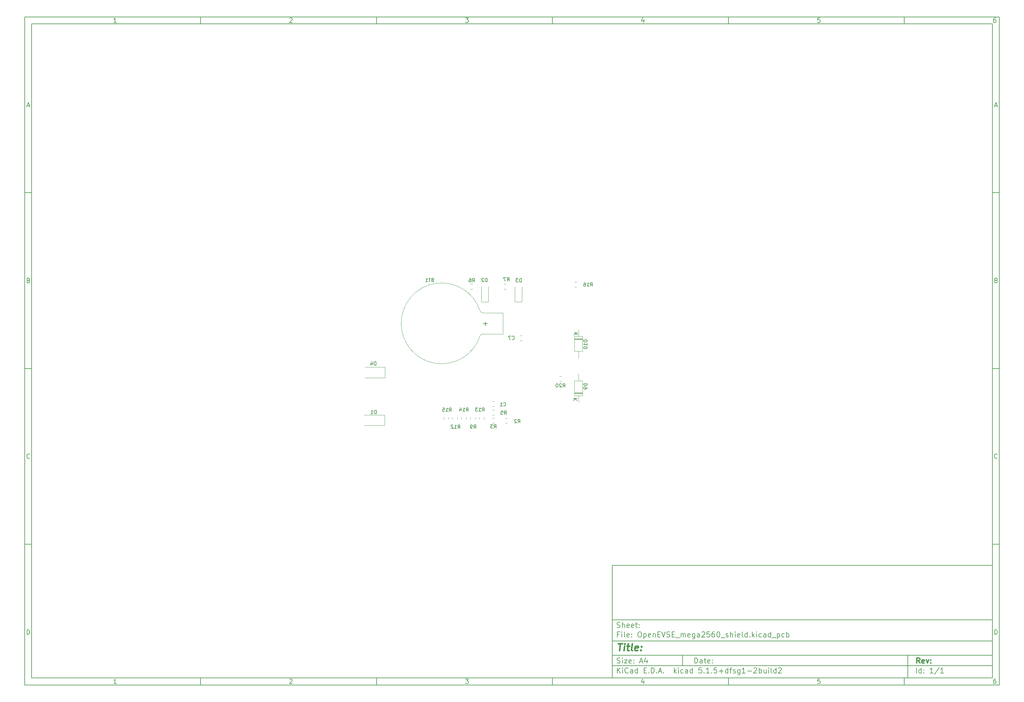
<source format=gbo>
G04 #@! TF.GenerationSoftware,KiCad,Pcbnew,5.1.5+dfsg1-2build2*
G04 #@! TF.CreationDate,2023-01-29T23:08:56+01:00*
G04 #@! TF.ProjectId,OpenEVSE_mega2560_shield,4f70656e-4556-4534-955f-6d6567613235,rev?*
G04 #@! TF.SameCoordinates,Original*
G04 #@! TF.FileFunction,Legend,Bot*
G04 #@! TF.FilePolarity,Positive*
%FSLAX46Y46*%
G04 Gerber Fmt 4.6, Leading zero omitted, Abs format (unit mm)*
G04 Created by KiCad (PCBNEW 5.1.5+dfsg1-2build2) date 2023-01-29 23:08:56*
%MOMM*%
%LPD*%
G04 APERTURE LIST*
%ADD10C,0.100000*%
%ADD11C,0.150000*%
%ADD12C,0.300000*%
%ADD13C,0.400000*%
%ADD14C,0.120000*%
G04 APERTURE END LIST*
D10*
D11*
X177002200Y-166007200D02*
X177002200Y-198007200D01*
X285002200Y-198007200D01*
X285002200Y-166007200D01*
X177002200Y-166007200D01*
D10*
D11*
X10000000Y-10000000D02*
X10000000Y-200007200D01*
X287002200Y-200007200D01*
X287002200Y-10000000D01*
X10000000Y-10000000D01*
D10*
D11*
X12000000Y-12000000D02*
X12000000Y-198007200D01*
X285002200Y-198007200D01*
X285002200Y-12000000D01*
X12000000Y-12000000D01*
D10*
D11*
X60000000Y-12000000D02*
X60000000Y-10000000D01*
D10*
D11*
X110000000Y-12000000D02*
X110000000Y-10000000D01*
D10*
D11*
X160000000Y-12000000D02*
X160000000Y-10000000D01*
D10*
D11*
X210000000Y-12000000D02*
X210000000Y-10000000D01*
D10*
D11*
X260000000Y-12000000D02*
X260000000Y-10000000D01*
D10*
D11*
X36065476Y-11588095D02*
X35322619Y-11588095D01*
X35694047Y-11588095D02*
X35694047Y-10288095D01*
X35570238Y-10473809D01*
X35446428Y-10597619D01*
X35322619Y-10659523D01*
D10*
D11*
X85322619Y-10411904D02*
X85384523Y-10350000D01*
X85508333Y-10288095D01*
X85817857Y-10288095D01*
X85941666Y-10350000D01*
X86003571Y-10411904D01*
X86065476Y-10535714D01*
X86065476Y-10659523D01*
X86003571Y-10845238D01*
X85260714Y-11588095D01*
X86065476Y-11588095D01*
D10*
D11*
X135260714Y-10288095D02*
X136065476Y-10288095D01*
X135632142Y-10783333D01*
X135817857Y-10783333D01*
X135941666Y-10845238D01*
X136003571Y-10907142D01*
X136065476Y-11030952D01*
X136065476Y-11340476D01*
X136003571Y-11464285D01*
X135941666Y-11526190D01*
X135817857Y-11588095D01*
X135446428Y-11588095D01*
X135322619Y-11526190D01*
X135260714Y-11464285D01*
D10*
D11*
X185941666Y-10721428D02*
X185941666Y-11588095D01*
X185632142Y-10226190D02*
X185322619Y-11154761D01*
X186127380Y-11154761D01*
D10*
D11*
X236003571Y-10288095D02*
X235384523Y-10288095D01*
X235322619Y-10907142D01*
X235384523Y-10845238D01*
X235508333Y-10783333D01*
X235817857Y-10783333D01*
X235941666Y-10845238D01*
X236003571Y-10907142D01*
X236065476Y-11030952D01*
X236065476Y-11340476D01*
X236003571Y-11464285D01*
X235941666Y-11526190D01*
X235817857Y-11588095D01*
X235508333Y-11588095D01*
X235384523Y-11526190D01*
X235322619Y-11464285D01*
D10*
D11*
X285941666Y-10288095D02*
X285694047Y-10288095D01*
X285570238Y-10350000D01*
X285508333Y-10411904D01*
X285384523Y-10597619D01*
X285322619Y-10845238D01*
X285322619Y-11340476D01*
X285384523Y-11464285D01*
X285446428Y-11526190D01*
X285570238Y-11588095D01*
X285817857Y-11588095D01*
X285941666Y-11526190D01*
X286003571Y-11464285D01*
X286065476Y-11340476D01*
X286065476Y-11030952D01*
X286003571Y-10907142D01*
X285941666Y-10845238D01*
X285817857Y-10783333D01*
X285570238Y-10783333D01*
X285446428Y-10845238D01*
X285384523Y-10907142D01*
X285322619Y-11030952D01*
D10*
D11*
X60000000Y-198007200D02*
X60000000Y-200007200D01*
D10*
D11*
X110000000Y-198007200D02*
X110000000Y-200007200D01*
D10*
D11*
X160000000Y-198007200D02*
X160000000Y-200007200D01*
D10*
D11*
X210000000Y-198007200D02*
X210000000Y-200007200D01*
D10*
D11*
X260000000Y-198007200D02*
X260000000Y-200007200D01*
D10*
D11*
X36065476Y-199595295D02*
X35322619Y-199595295D01*
X35694047Y-199595295D02*
X35694047Y-198295295D01*
X35570238Y-198481009D01*
X35446428Y-198604819D01*
X35322619Y-198666723D01*
D10*
D11*
X85322619Y-198419104D02*
X85384523Y-198357200D01*
X85508333Y-198295295D01*
X85817857Y-198295295D01*
X85941666Y-198357200D01*
X86003571Y-198419104D01*
X86065476Y-198542914D01*
X86065476Y-198666723D01*
X86003571Y-198852438D01*
X85260714Y-199595295D01*
X86065476Y-199595295D01*
D10*
D11*
X135260714Y-198295295D02*
X136065476Y-198295295D01*
X135632142Y-198790533D01*
X135817857Y-198790533D01*
X135941666Y-198852438D01*
X136003571Y-198914342D01*
X136065476Y-199038152D01*
X136065476Y-199347676D01*
X136003571Y-199471485D01*
X135941666Y-199533390D01*
X135817857Y-199595295D01*
X135446428Y-199595295D01*
X135322619Y-199533390D01*
X135260714Y-199471485D01*
D10*
D11*
X185941666Y-198728628D02*
X185941666Y-199595295D01*
X185632142Y-198233390D02*
X185322619Y-199161961D01*
X186127380Y-199161961D01*
D10*
D11*
X236003571Y-198295295D02*
X235384523Y-198295295D01*
X235322619Y-198914342D01*
X235384523Y-198852438D01*
X235508333Y-198790533D01*
X235817857Y-198790533D01*
X235941666Y-198852438D01*
X236003571Y-198914342D01*
X236065476Y-199038152D01*
X236065476Y-199347676D01*
X236003571Y-199471485D01*
X235941666Y-199533390D01*
X235817857Y-199595295D01*
X235508333Y-199595295D01*
X235384523Y-199533390D01*
X235322619Y-199471485D01*
D10*
D11*
X285941666Y-198295295D02*
X285694047Y-198295295D01*
X285570238Y-198357200D01*
X285508333Y-198419104D01*
X285384523Y-198604819D01*
X285322619Y-198852438D01*
X285322619Y-199347676D01*
X285384523Y-199471485D01*
X285446428Y-199533390D01*
X285570238Y-199595295D01*
X285817857Y-199595295D01*
X285941666Y-199533390D01*
X286003571Y-199471485D01*
X286065476Y-199347676D01*
X286065476Y-199038152D01*
X286003571Y-198914342D01*
X285941666Y-198852438D01*
X285817857Y-198790533D01*
X285570238Y-198790533D01*
X285446428Y-198852438D01*
X285384523Y-198914342D01*
X285322619Y-199038152D01*
D10*
D11*
X10000000Y-60000000D02*
X12000000Y-60000000D01*
D10*
D11*
X10000000Y-110000000D02*
X12000000Y-110000000D01*
D10*
D11*
X10000000Y-160000000D02*
X12000000Y-160000000D01*
D10*
D11*
X10690476Y-35216666D02*
X11309523Y-35216666D01*
X10566666Y-35588095D02*
X11000000Y-34288095D01*
X11433333Y-35588095D01*
D10*
D11*
X11092857Y-84907142D02*
X11278571Y-84969047D01*
X11340476Y-85030952D01*
X11402380Y-85154761D01*
X11402380Y-85340476D01*
X11340476Y-85464285D01*
X11278571Y-85526190D01*
X11154761Y-85588095D01*
X10659523Y-85588095D01*
X10659523Y-84288095D01*
X11092857Y-84288095D01*
X11216666Y-84350000D01*
X11278571Y-84411904D01*
X11340476Y-84535714D01*
X11340476Y-84659523D01*
X11278571Y-84783333D01*
X11216666Y-84845238D01*
X11092857Y-84907142D01*
X10659523Y-84907142D01*
D10*
D11*
X11402380Y-135464285D02*
X11340476Y-135526190D01*
X11154761Y-135588095D01*
X11030952Y-135588095D01*
X10845238Y-135526190D01*
X10721428Y-135402380D01*
X10659523Y-135278571D01*
X10597619Y-135030952D01*
X10597619Y-134845238D01*
X10659523Y-134597619D01*
X10721428Y-134473809D01*
X10845238Y-134350000D01*
X11030952Y-134288095D01*
X11154761Y-134288095D01*
X11340476Y-134350000D01*
X11402380Y-134411904D01*
D10*
D11*
X10659523Y-185588095D02*
X10659523Y-184288095D01*
X10969047Y-184288095D01*
X11154761Y-184350000D01*
X11278571Y-184473809D01*
X11340476Y-184597619D01*
X11402380Y-184845238D01*
X11402380Y-185030952D01*
X11340476Y-185278571D01*
X11278571Y-185402380D01*
X11154761Y-185526190D01*
X10969047Y-185588095D01*
X10659523Y-185588095D01*
D10*
D11*
X287002200Y-60000000D02*
X285002200Y-60000000D01*
D10*
D11*
X287002200Y-110000000D02*
X285002200Y-110000000D01*
D10*
D11*
X287002200Y-160000000D02*
X285002200Y-160000000D01*
D10*
D11*
X285692676Y-35216666D02*
X286311723Y-35216666D01*
X285568866Y-35588095D02*
X286002200Y-34288095D01*
X286435533Y-35588095D01*
D10*
D11*
X286095057Y-84907142D02*
X286280771Y-84969047D01*
X286342676Y-85030952D01*
X286404580Y-85154761D01*
X286404580Y-85340476D01*
X286342676Y-85464285D01*
X286280771Y-85526190D01*
X286156961Y-85588095D01*
X285661723Y-85588095D01*
X285661723Y-84288095D01*
X286095057Y-84288095D01*
X286218866Y-84350000D01*
X286280771Y-84411904D01*
X286342676Y-84535714D01*
X286342676Y-84659523D01*
X286280771Y-84783333D01*
X286218866Y-84845238D01*
X286095057Y-84907142D01*
X285661723Y-84907142D01*
D10*
D11*
X286404580Y-135464285D02*
X286342676Y-135526190D01*
X286156961Y-135588095D01*
X286033152Y-135588095D01*
X285847438Y-135526190D01*
X285723628Y-135402380D01*
X285661723Y-135278571D01*
X285599819Y-135030952D01*
X285599819Y-134845238D01*
X285661723Y-134597619D01*
X285723628Y-134473809D01*
X285847438Y-134350000D01*
X286033152Y-134288095D01*
X286156961Y-134288095D01*
X286342676Y-134350000D01*
X286404580Y-134411904D01*
D10*
D11*
X285661723Y-185588095D02*
X285661723Y-184288095D01*
X285971247Y-184288095D01*
X286156961Y-184350000D01*
X286280771Y-184473809D01*
X286342676Y-184597619D01*
X286404580Y-184845238D01*
X286404580Y-185030952D01*
X286342676Y-185278571D01*
X286280771Y-185402380D01*
X286156961Y-185526190D01*
X285971247Y-185588095D01*
X285661723Y-185588095D01*
D10*
D11*
X200434342Y-193785771D02*
X200434342Y-192285771D01*
X200791485Y-192285771D01*
X201005771Y-192357200D01*
X201148628Y-192500057D01*
X201220057Y-192642914D01*
X201291485Y-192928628D01*
X201291485Y-193142914D01*
X201220057Y-193428628D01*
X201148628Y-193571485D01*
X201005771Y-193714342D01*
X200791485Y-193785771D01*
X200434342Y-193785771D01*
X202577200Y-193785771D02*
X202577200Y-193000057D01*
X202505771Y-192857200D01*
X202362914Y-192785771D01*
X202077200Y-192785771D01*
X201934342Y-192857200D01*
X202577200Y-193714342D02*
X202434342Y-193785771D01*
X202077200Y-193785771D01*
X201934342Y-193714342D01*
X201862914Y-193571485D01*
X201862914Y-193428628D01*
X201934342Y-193285771D01*
X202077200Y-193214342D01*
X202434342Y-193214342D01*
X202577200Y-193142914D01*
X203077200Y-192785771D02*
X203648628Y-192785771D01*
X203291485Y-192285771D02*
X203291485Y-193571485D01*
X203362914Y-193714342D01*
X203505771Y-193785771D01*
X203648628Y-193785771D01*
X204720057Y-193714342D02*
X204577200Y-193785771D01*
X204291485Y-193785771D01*
X204148628Y-193714342D01*
X204077200Y-193571485D01*
X204077200Y-193000057D01*
X204148628Y-192857200D01*
X204291485Y-192785771D01*
X204577200Y-192785771D01*
X204720057Y-192857200D01*
X204791485Y-193000057D01*
X204791485Y-193142914D01*
X204077200Y-193285771D01*
X205434342Y-193642914D02*
X205505771Y-193714342D01*
X205434342Y-193785771D01*
X205362914Y-193714342D01*
X205434342Y-193642914D01*
X205434342Y-193785771D01*
X205434342Y-192857200D02*
X205505771Y-192928628D01*
X205434342Y-193000057D01*
X205362914Y-192928628D01*
X205434342Y-192857200D01*
X205434342Y-193000057D01*
D10*
D11*
X177002200Y-194507200D02*
X285002200Y-194507200D01*
D10*
D11*
X178434342Y-196585771D02*
X178434342Y-195085771D01*
X179291485Y-196585771D02*
X178648628Y-195728628D01*
X179291485Y-195085771D02*
X178434342Y-195942914D01*
X179934342Y-196585771D02*
X179934342Y-195585771D01*
X179934342Y-195085771D02*
X179862914Y-195157200D01*
X179934342Y-195228628D01*
X180005771Y-195157200D01*
X179934342Y-195085771D01*
X179934342Y-195228628D01*
X181505771Y-196442914D02*
X181434342Y-196514342D01*
X181220057Y-196585771D01*
X181077200Y-196585771D01*
X180862914Y-196514342D01*
X180720057Y-196371485D01*
X180648628Y-196228628D01*
X180577200Y-195942914D01*
X180577200Y-195728628D01*
X180648628Y-195442914D01*
X180720057Y-195300057D01*
X180862914Y-195157200D01*
X181077200Y-195085771D01*
X181220057Y-195085771D01*
X181434342Y-195157200D01*
X181505771Y-195228628D01*
X182791485Y-196585771D02*
X182791485Y-195800057D01*
X182720057Y-195657200D01*
X182577200Y-195585771D01*
X182291485Y-195585771D01*
X182148628Y-195657200D01*
X182791485Y-196514342D02*
X182648628Y-196585771D01*
X182291485Y-196585771D01*
X182148628Y-196514342D01*
X182077200Y-196371485D01*
X182077200Y-196228628D01*
X182148628Y-196085771D01*
X182291485Y-196014342D01*
X182648628Y-196014342D01*
X182791485Y-195942914D01*
X184148628Y-196585771D02*
X184148628Y-195085771D01*
X184148628Y-196514342D02*
X184005771Y-196585771D01*
X183720057Y-196585771D01*
X183577200Y-196514342D01*
X183505771Y-196442914D01*
X183434342Y-196300057D01*
X183434342Y-195871485D01*
X183505771Y-195728628D01*
X183577200Y-195657200D01*
X183720057Y-195585771D01*
X184005771Y-195585771D01*
X184148628Y-195657200D01*
X186005771Y-195800057D02*
X186505771Y-195800057D01*
X186720057Y-196585771D02*
X186005771Y-196585771D01*
X186005771Y-195085771D01*
X186720057Y-195085771D01*
X187362914Y-196442914D02*
X187434342Y-196514342D01*
X187362914Y-196585771D01*
X187291485Y-196514342D01*
X187362914Y-196442914D01*
X187362914Y-196585771D01*
X188077200Y-196585771D02*
X188077200Y-195085771D01*
X188434342Y-195085771D01*
X188648628Y-195157200D01*
X188791485Y-195300057D01*
X188862914Y-195442914D01*
X188934342Y-195728628D01*
X188934342Y-195942914D01*
X188862914Y-196228628D01*
X188791485Y-196371485D01*
X188648628Y-196514342D01*
X188434342Y-196585771D01*
X188077200Y-196585771D01*
X189577200Y-196442914D02*
X189648628Y-196514342D01*
X189577200Y-196585771D01*
X189505771Y-196514342D01*
X189577200Y-196442914D01*
X189577200Y-196585771D01*
X190220057Y-196157200D02*
X190934342Y-196157200D01*
X190077200Y-196585771D02*
X190577200Y-195085771D01*
X191077200Y-196585771D01*
X191577200Y-196442914D02*
X191648628Y-196514342D01*
X191577200Y-196585771D01*
X191505771Y-196514342D01*
X191577200Y-196442914D01*
X191577200Y-196585771D01*
X194577200Y-196585771D02*
X194577200Y-195085771D01*
X194720057Y-196014342D02*
X195148628Y-196585771D01*
X195148628Y-195585771D02*
X194577200Y-196157200D01*
X195791485Y-196585771D02*
X195791485Y-195585771D01*
X195791485Y-195085771D02*
X195720057Y-195157200D01*
X195791485Y-195228628D01*
X195862914Y-195157200D01*
X195791485Y-195085771D01*
X195791485Y-195228628D01*
X197148628Y-196514342D02*
X197005771Y-196585771D01*
X196720057Y-196585771D01*
X196577200Y-196514342D01*
X196505771Y-196442914D01*
X196434342Y-196300057D01*
X196434342Y-195871485D01*
X196505771Y-195728628D01*
X196577200Y-195657200D01*
X196720057Y-195585771D01*
X197005771Y-195585771D01*
X197148628Y-195657200D01*
X198434342Y-196585771D02*
X198434342Y-195800057D01*
X198362914Y-195657200D01*
X198220057Y-195585771D01*
X197934342Y-195585771D01*
X197791485Y-195657200D01*
X198434342Y-196514342D02*
X198291485Y-196585771D01*
X197934342Y-196585771D01*
X197791485Y-196514342D01*
X197720057Y-196371485D01*
X197720057Y-196228628D01*
X197791485Y-196085771D01*
X197934342Y-196014342D01*
X198291485Y-196014342D01*
X198434342Y-195942914D01*
X199791485Y-196585771D02*
X199791485Y-195085771D01*
X199791485Y-196514342D02*
X199648628Y-196585771D01*
X199362914Y-196585771D01*
X199220057Y-196514342D01*
X199148628Y-196442914D01*
X199077200Y-196300057D01*
X199077200Y-195871485D01*
X199148628Y-195728628D01*
X199220057Y-195657200D01*
X199362914Y-195585771D01*
X199648628Y-195585771D01*
X199791485Y-195657200D01*
X202362914Y-195085771D02*
X201648628Y-195085771D01*
X201577200Y-195800057D01*
X201648628Y-195728628D01*
X201791485Y-195657200D01*
X202148628Y-195657200D01*
X202291485Y-195728628D01*
X202362914Y-195800057D01*
X202434342Y-195942914D01*
X202434342Y-196300057D01*
X202362914Y-196442914D01*
X202291485Y-196514342D01*
X202148628Y-196585771D01*
X201791485Y-196585771D01*
X201648628Y-196514342D01*
X201577200Y-196442914D01*
X203077200Y-196442914D02*
X203148628Y-196514342D01*
X203077200Y-196585771D01*
X203005771Y-196514342D01*
X203077200Y-196442914D01*
X203077200Y-196585771D01*
X204577200Y-196585771D02*
X203720057Y-196585771D01*
X204148628Y-196585771D02*
X204148628Y-195085771D01*
X204005771Y-195300057D01*
X203862914Y-195442914D01*
X203720057Y-195514342D01*
X205220057Y-196442914D02*
X205291485Y-196514342D01*
X205220057Y-196585771D01*
X205148628Y-196514342D01*
X205220057Y-196442914D01*
X205220057Y-196585771D01*
X206648628Y-195085771D02*
X205934342Y-195085771D01*
X205862914Y-195800057D01*
X205934342Y-195728628D01*
X206077200Y-195657200D01*
X206434342Y-195657200D01*
X206577200Y-195728628D01*
X206648628Y-195800057D01*
X206720057Y-195942914D01*
X206720057Y-196300057D01*
X206648628Y-196442914D01*
X206577200Y-196514342D01*
X206434342Y-196585771D01*
X206077200Y-196585771D01*
X205934342Y-196514342D01*
X205862914Y-196442914D01*
X207362914Y-196014342D02*
X208505771Y-196014342D01*
X207934342Y-196585771D02*
X207934342Y-195442914D01*
X209862914Y-196585771D02*
X209862914Y-195085771D01*
X209862914Y-196514342D02*
X209720057Y-196585771D01*
X209434342Y-196585771D01*
X209291485Y-196514342D01*
X209220057Y-196442914D01*
X209148628Y-196300057D01*
X209148628Y-195871485D01*
X209220057Y-195728628D01*
X209291485Y-195657200D01*
X209434342Y-195585771D01*
X209720057Y-195585771D01*
X209862914Y-195657200D01*
X210362914Y-195585771D02*
X210934342Y-195585771D01*
X210577200Y-196585771D02*
X210577200Y-195300057D01*
X210648628Y-195157200D01*
X210791485Y-195085771D01*
X210934342Y-195085771D01*
X211362914Y-196514342D02*
X211505771Y-196585771D01*
X211791485Y-196585771D01*
X211934342Y-196514342D01*
X212005771Y-196371485D01*
X212005771Y-196300057D01*
X211934342Y-196157200D01*
X211791485Y-196085771D01*
X211577200Y-196085771D01*
X211434342Y-196014342D01*
X211362914Y-195871485D01*
X211362914Y-195800057D01*
X211434342Y-195657200D01*
X211577200Y-195585771D01*
X211791485Y-195585771D01*
X211934342Y-195657200D01*
X213291485Y-195585771D02*
X213291485Y-196800057D01*
X213220057Y-196942914D01*
X213148628Y-197014342D01*
X213005771Y-197085771D01*
X212791485Y-197085771D01*
X212648628Y-197014342D01*
X213291485Y-196514342D02*
X213148628Y-196585771D01*
X212862914Y-196585771D01*
X212720057Y-196514342D01*
X212648628Y-196442914D01*
X212577200Y-196300057D01*
X212577200Y-195871485D01*
X212648628Y-195728628D01*
X212720057Y-195657200D01*
X212862914Y-195585771D01*
X213148628Y-195585771D01*
X213291485Y-195657200D01*
X214791485Y-196585771D02*
X213934342Y-196585771D01*
X214362914Y-196585771D02*
X214362914Y-195085771D01*
X214220057Y-195300057D01*
X214077200Y-195442914D01*
X213934342Y-195514342D01*
X215434342Y-196014342D02*
X216577200Y-196014342D01*
X217220057Y-195228628D02*
X217291485Y-195157200D01*
X217434342Y-195085771D01*
X217791485Y-195085771D01*
X217934342Y-195157200D01*
X218005771Y-195228628D01*
X218077200Y-195371485D01*
X218077200Y-195514342D01*
X218005771Y-195728628D01*
X217148628Y-196585771D01*
X218077200Y-196585771D01*
X218720057Y-196585771D02*
X218720057Y-195085771D01*
X218720057Y-195657200D02*
X218862914Y-195585771D01*
X219148628Y-195585771D01*
X219291485Y-195657200D01*
X219362914Y-195728628D01*
X219434342Y-195871485D01*
X219434342Y-196300057D01*
X219362914Y-196442914D01*
X219291485Y-196514342D01*
X219148628Y-196585771D01*
X218862914Y-196585771D01*
X218720057Y-196514342D01*
X220720057Y-195585771D02*
X220720057Y-196585771D01*
X220077200Y-195585771D02*
X220077200Y-196371485D01*
X220148628Y-196514342D01*
X220291485Y-196585771D01*
X220505771Y-196585771D01*
X220648628Y-196514342D01*
X220720057Y-196442914D01*
X221434342Y-196585771D02*
X221434342Y-195585771D01*
X221434342Y-195085771D02*
X221362914Y-195157200D01*
X221434342Y-195228628D01*
X221505771Y-195157200D01*
X221434342Y-195085771D01*
X221434342Y-195228628D01*
X222362914Y-196585771D02*
X222220057Y-196514342D01*
X222148628Y-196371485D01*
X222148628Y-195085771D01*
X223577200Y-196585771D02*
X223577200Y-195085771D01*
X223577200Y-196514342D02*
X223434342Y-196585771D01*
X223148628Y-196585771D01*
X223005771Y-196514342D01*
X222934342Y-196442914D01*
X222862914Y-196300057D01*
X222862914Y-195871485D01*
X222934342Y-195728628D01*
X223005771Y-195657200D01*
X223148628Y-195585771D01*
X223434342Y-195585771D01*
X223577200Y-195657200D01*
X224220057Y-195228628D02*
X224291485Y-195157200D01*
X224434342Y-195085771D01*
X224791485Y-195085771D01*
X224934342Y-195157200D01*
X225005771Y-195228628D01*
X225077200Y-195371485D01*
X225077200Y-195514342D01*
X225005771Y-195728628D01*
X224148628Y-196585771D01*
X225077200Y-196585771D01*
D10*
D11*
X177002200Y-191507200D02*
X285002200Y-191507200D01*
D10*
D12*
X264411485Y-193785771D02*
X263911485Y-193071485D01*
X263554342Y-193785771D02*
X263554342Y-192285771D01*
X264125771Y-192285771D01*
X264268628Y-192357200D01*
X264340057Y-192428628D01*
X264411485Y-192571485D01*
X264411485Y-192785771D01*
X264340057Y-192928628D01*
X264268628Y-193000057D01*
X264125771Y-193071485D01*
X263554342Y-193071485D01*
X265625771Y-193714342D02*
X265482914Y-193785771D01*
X265197200Y-193785771D01*
X265054342Y-193714342D01*
X264982914Y-193571485D01*
X264982914Y-193000057D01*
X265054342Y-192857200D01*
X265197200Y-192785771D01*
X265482914Y-192785771D01*
X265625771Y-192857200D01*
X265697200Y-193000057D01*
X265697200Y-193142914D01*
X264982914Y-193285771D01*
X266197200Y-192785771D02*
X266554342Y-193785771D01*
X266911485Y-192785771D01*
X267482914Y-193642914D02*
X267554342Y-193714342D01*
X267482914Y-193785771D01*
X267411485Y-193714342D01*
X267482914Y-193642914D01*
X267482914Y-193785771D01*
X267482914Y-192857200D02*
X267554342Y-192928628D01*
X267482914Y-193000057D01*
X267411485Y-192928628D01*
X267482914Y-192857200D01*
X267482914Y-193000057D01*
D10*
D11*
X178362914Y-193714342D02*
X178577200Y-193785771D01*
X178934342Y-193785771D01*
X179077200Y-193714342D01*
X179148628Y-193642914D01*
X179220057Y-193500057D01*
X179220057Y-193357200D01*
X179148628Y-193214342D01*
X179077200Y-193142914D01*
X178934342Y-193071485D01*
X178648628Y-193000057D01*
X178505771Y-192928628D01*
X178434342Y-192857200D01*
X178362914Y-192714342D01*
X178362914Y-192571485D01*
X178434342Y-192428628D01*
X178505771Y-192357200D01*
X178648628Y-192285771D01*
X179005771Y-192285771D01*
X179220057Y-192357200D01*
X179862914Y-193785771D02*
X179862914Y-192785771D01*
X179862914Y-192285771D02*
X179791485Y-192357200D01*
X179862914Y-192428628D01*
X179934342Y-192357200D01*
X179862914Y-192285771D01*
X179862914Y-192428628D01*
X180434342Y-192785771D02*
X181220057Y-192785771D01*
X180434342Y-193785771D01*
X181220057Y-193785771D01*
X182362914Y-193714342D02*
X182220057Y-193785771D01*
X181934342Y-193785771D01*
X181791485Y-193714342D01*
X181720057Y-193571485D01*
X181720057Y-193000057D01*
X181791485Y-192857200D01*
X181934342Y-192785771D01*
X182220057Y-192785771D01*
X182362914Y-192857200D01*
X182434342Y-193000057D01*
X182434342Y-193142914D01*
X181720057Y-193285771D01*
X183077200Y-193642914D02*
X183148628Y-193714342D01*
X183077200Y-193785771D01*
X183005771Y-193714342D01*
X183077200Y-193642914D01*
X183077200Y-193785771D01*
X183077200Y-192857200D02*
X183148628Y-192928628D01*
X183077200Y-193000057D01*
X183005771Y-192928628D01*
X183077200Y-192857200D01*
X183077200Y-193000057D01*
X184862914Y-193357200D02*
X185577200Y-193357200D01*
X184720057Y-193785771D02*
X185220057Y-192285771D01*
X185720057Y-193785771D01*
X186862914Y-192785771D02*
X186862914Y-193785771D01*
X186505771Y-192214342D02*
X186148628Y-193285771D01*
X187077200Y-193285771D01*
D10*
D11*
X263434342Y-196585771D02*
X263434342Y-195085771D01*
X264791485Y-196585771D02*
X264791485Y-195085771D01*
X264791485Y-196514342D02*
X264648628Y-196585771D01*
X264362914Y-196585771D01*
X264220057Y-196514342D01*
X264148628Y-196442914D01*
X264077200Y-196300057D01*
X264077200Y-195871485D01*
X264148628Y-195728628D01*
X264220057Y-195657200D01*
X264362914Y-195585771D01*
X264648628Y-195585771D01*
X264791485Y-195657200D01*
X265505771Y-196442914D02*
X265577200Y-196514342D01*
X265505771Y-196585771D01*
X265434342Y-196514342D01*
X265505771Y-196442914D01*
X265505771Y-196585771D01*
X265505771Y-195657200D02*
X265577200Y-195728628D01*
X265505771Y-195800057D01*
X265434342Y-195728628D01*
X265505771Y-195657200D01*
X265505771Y-195800057D01*
X268148628Y-196585771D02*
X267291485Y-196585771D01*
X267720057Y-196585771D02*
X267720057Y-195085771D01*
X267577200Y-195300057D01*
X267434342Y-195442914D01*
X267291485Y-195514342D01*
X269862914Y-195014342D02*
X268577200Y-196942914D01*
X271148628Y-196585771D02*
X270291485Y-196585771D01*
X270720057Y-196585771D02*
X270720057Y-195085771D01*
X270577200Y-195300057D01*
X270434342Y-195442914D01*
X270291485Y-195514342D01*
D10*
D11*
X177002200Y-187507200D02*
X285002200Y-187507200D01*
D10*
D13*
X178714580Y-188211961D02*
X179857438Y-188211961D01*
X179036009Y-190211961D02*
X179286009Y-188211961D01*
X180274104Y-190211961D02*
X180440771Y-188878628D01*
X180524104Y-188211961D02*
X180416961Y-188307200D01*
X180500295Y-188402438D01*
X180607438Y-188307200D01*
X180524104Y-188211961D01*
X180500295Y-188402438D01*
X181107438Y-188878628D02*
X181869342Y-188878628D01*
X181476485Y-188211961D02*
X181262200Y-189926247D01*
X181333628Y-190116723D01*
X181512200Y-190211961D01*
X181702676Y-190211961D01*
X182655057Y-190211961D02*
X182476485Y-190116723D01*
X182405057Y-189926247D01*
X182619342Y-188211961D01*
X184190771Y-190116723D02*
X183988390Y-190211961D01*
X183607438Y-190211961D01*
X183428866Y-190116723D01*
X183357438Y-189926247D01*
X183452676Y-189164342D01*
X183571723Y-188973866D01*
X183774104Y-188878628D01*
X184155057Y-188878628D01*
X184333628Y-188973866D01*
X184405057Y-189164342D01*
X184381247Y-189354819D01*
X183405057Y-189545295D01*
X185155057Y-190021485D02*
X185238390Y-190116723D01*
X185131247Y-190211961D01*
X185047914Y-190116723D01*
X185155057Y-190021485D01*
X185131247Y-190211961D01*
X185286009Y-188973866D02*
X185369342Y-189069104D01*
X185262200Y-189164342D01*
X185178866Y-189069104D01*
X185286009Y-188973866D01*
X185262200Y-189164342D01*
D10*
D11*
X178934342Y-185600057D02*
X178434342Y-185600057D01*
X178434342Y-186385771D02*
X178434342Y-184885771D01*
X179148628Y-184885771D01*
X179720057Y-186385771D02*
X179720057Y-185385771D01*
X179720057Y-184885771D02*
X179648628Y-184957200D01*
X179720057Y-185028628D01*
X179791485Y-184957200D01*
X179720057Y-184885771D01*
X179720057Y-185028628D01*
X180648628Y-186385771D02*
X180505771Y-186314342D01*
X180434342Y-186171485D01*
X180434342Y-184885771D01*
X181791485Y-186314342D02*
X181648628Y-186385771D01*
X181362914Y-186385771D01*
X181220057Y-186314342D01*
X181148628Y-186171485D01*
X181148628Y-185600057D01*
X181220057Y-185457200D01*
X181362914Y-185385771D01*
X181648628Y-185385771D01*
X181791485Y-185457200D01*
X181862914Y-185600057D01*
X181862914Y-185742914D01*
X181148628Y-185885771D01*
X182505771Y-186242914D02*
X182577200Y-186314342D01*
X182505771Y-186385771D01*
X182434342Y-186314342D01*
X182505771Y-186242914D01*
X182505771Y-186385771D01*
X182505771Y-185457200D02*
X182577200Y-185528628D01*
X182505771Y-185600057D01*
X182434342Y-185528628D01*
X182505771Y-185457200D01*
X182505771Y-185600057D01*
X184648628Y-184885771D02*
X184934342Y-184885771D01*
X185077200Y-184957200D01*
X185220057Y-185100057D01*
X185291485Y-185385771D01*
X185291485Y-185885771D01*
X185220057Y-186171485D01*
X185077200Y-186314342D01*
X184934342Y-186385771D01*
X184648628Y-186385771D01*
X184505771Y-186314342D01*
X184362914Y-186171485D01*
X184291485Y-185885771D01*
X184291485Y-185385771D01*
X184362914Y-185100057D01*
X184505771Y-184957200D01*
X184648628Y-184885771D01*
X185934342Y-185385771D02*
X185934342Y-186885771D01*
X185934342Y-185457200D02*
X186077200Y-185385771D01*
X186362914Y-185385771D01*
X186505771Y-185457200D01*
X186577200Y-185528628D01*
X186648628Y-185671485D01*
X186648628Y-186100057D01*
X186577200Y-186242914D01*
X186505771Y-186314342D01*
X186362914Y-186385771D01*
X186077200Y-186385771D01*
X185934342Y-186314342D01*
X187862914Y-186314342D02*
X187720057Y-186385771D01*
X187434342Y-186385771D01*
X187291485Y-186314342D01*
X187220057Y-186171485D01*
X187220057Y-185600057D01*
X187291485Y-185457200D01*
X187434342Y-185385771D01*
X187720057Y-185385771D01*
X187862914Y-185457200D01*
X187934342Y-185600057D01*
X187934342Y-185742914D01*
X187220057Y-185885771D01*
X188577200Y-185385771D02*
X188577200Y-186385771D01*
X188577200Y-185528628D02*
X188648628Y-185457200D01*
X188791485Y-185385771D01*
X189005771Y-185385771D01*
X189148628Y-185457200D01*
X189220057Y-185600057D01*
X189220057Y-186385771D01*
X189934342Y-185600057D02*
X190434342Y-185600057D01*
X190648628Y-186385771D02*
X189934342Y-186385771D01*
X189934342Y-184885771D01*
X190648628Y-184885771D01*
X191077200Y-184885771D02*
X191577200Y-186385771D01*
X192077200Y-184885771D01*
X192505771Y-186314342D02*
X192720057Y-186385771D01*
X193077200Y-186385771D01*
X193220057Y-186314342D01*
X193291485Y-186242914D01*
X193362914Y-186100057D01*
X193362914Y-185957200D01*
X193291485Y-185814342D01*
X193220057Y-185742914D01*
X193077200Y-185671485D01*
X192791485Y-185600057D01*
X192648628Y-185528628D01*
X192577200Y-185457200D01*
X192505771Y-185314342D01*
X192505771Y-185171485D01*
X192577200Y-185028628D01*
X192648628Y-184957200D01*
X192791485Y-184885771D01*
X193148628Y-184885771D01*
X193362914Y-184957200D01*
X194005771Y-185600057D02*
X194505771Y-185600057D01*
X194720057Y-186385771D02*
X194005771Y-186385771D01*
X194005771Y-184885771D01*
X194720057Y-184885771D01*
X195005771Y-186528628D02*
X196148628Y-186528628D01*
X196505771Y-186385771D02*
X196505771Y-185385771D01*
X196505771Y-185528628D02*
X196577200Y-185457200D01*
X196720057Y-185385771D01*
X196934342Y-185385771D01*
X197077200Y-185457200D01*
X197148628Y-185600057D01*
X197148628Y-186385771D01*
X197148628Y-185600057D02*
X197220057Y-185457200D01*
X197362914Y-185385771D01*
X197577200Y-185385771D01*
X197720057Y-185457200D01*
X197791485Y-185600057D01*
X197791485Y-186385771D01*
X199077200Y-186314342D02*
X198934342Y-186385771D01*
X198648628Y-186385771D01*
X198505771Y-186314342D01*
X198434342Y-186171485D01*
X198434342Y-185600057D01*
X198505771Y-185457200D01*
X198648628Y-185385771D01*
X198934342Y-185385771D01*
X199077200Y-185457200D01*
X199148628Y-185600057D01*
X199148628Y-185742914D01*
X198434342Y-185885771D01*
X200434342Y-185385771D02*
X200434342Y-186600057D01*
X200362914Y-186742914D01*
X200291485Y-186814342D01*
X200148628Y-186885771D01*
X199934342Y-186885771D01*
X199791485Y-186814342D01*
X200434342Y-186314342D02*
X200291485Y-186385771D01*
X200005771Y-186385771D01*
X199862914Y-186314342D01*
X199791485Y-186242914D01*
X199720057Y-186100057D01*
X199720057Y-185671485D01*
X199791485Y-185528628D01*
X199862914Y-185457200D01*
X200005771Y-185385771D01*
X200291485Y-185385771D01*
X200434342Y-185457200D01*
X201791485Y-186385771D02*
X201791485Y-185600057D01*
X201720057Y-185457200D01*
X201577200Y-185385771D01*
X201291485Y-185385771D01*
X201148628Y-185457200D01*
X201791485Y-186314342D02*
X201648628Y-186385771D01*
X201291485Y-186385771D01*
X201148628Y-186314342D01*
X201077200Y-186171485D01*
X201077200Y-186028628D01*
X201148628Y-185885771D01*
X201291485Y-185814342D01*
X201648628Y-185814342D01*
X201791485Y-185742914D01*
X202434342Y-185028628D02*
X202505771Y-184957200D01*
X202648628Y-184885771D01*
X203005771Y-184885771D01*
X203148628Y-184957200D01*
X203220057Y-185028628D01*
X203291485Y-185171485D01*
X203291485Y-185314342D01*
X203220057Y-185528628D01*
X202362914Y-186385771D01*
X203291485Y-186385771D01*
X204648628Y-184885771D02*
X203934342Y-184885771D01*
X203862914Y-185600057D01*
X203934342Y-185528628D01*
X204077200Y-185457200D01*
X204434342Y-185457200D01*
X204577200Y-185528628D01*
X204648628Y-185600057D01*
X204720057Y-185742914D01*
X204720057Y-186100057D01*
X204648628Y-186242914D01*
X204577200Y-186314342D01*
X204434342Y-186385771D01*
X204077200Y-186385771D01*
X203934342Y-186314342D01*
X203862914Y-186242914D01*
X206005771Y-184885771D02*
X205720057Y-184885771D01*
X205577200Y-184957200D01*
X205505771Y-185028628D01*
X205362914Y-185242914D01*
X205291485Y-185528628D01*
X205291485Y-186100057D01*
X205362914Y-186242914D01*
X205434342Y-186314342D01*
X205577200Y-186385771D01*
X205862914Y-186385771D01*
X206005771Y-186314342D01*
X206077200Y-186242914D01*
X206148628Y-186100057D01*
X206148628Y-185742914D01*
X206077200Y-185600057D01*
X206005771Y-185528628D01*
X205862914Y-185457200D01*
X205577200Y-185457200D01*
X205434342Y-185528628D01*
X205362914Y-185600057D01*
X205291485Y-185742914D01*
X207077200Y-184885771D02*
X207220057Y-184885771D01*
X207362914Y-184957200D01*
X207434342Y-185028628D01*
X207505771Y-185171485D01*
X207577200Y-185457200D01*
X207577200Y-185814342D01*
X207505771Y-186100057D01*
X207434342Y-186242914D01*
X207362914Y-186314342D01*
X207220057Y-186385771D01*
X207077200Y-186385771D01*
X206934342Y-186314342D01*
X206862914Y-186242914D01*
X206791485Y-186100057D01*
X206720057Y-185814342D01*
X206720057Y-185457200D01*
X206791485Y-185171485D01*
X206862914Y-185028628D01*
X206934342Y-184957200D01*
X207077200Y-184885771D01*
X207862914Y-186528628D02*
X209005771Y-186528628D01*
X209291485Y-186314342D02*
X209434342Y-186385771D01*
X209720057Y-186385771D01*
X209862914Y-186314342D01*
X209934342Y-186171485D01*
X209934342Y-186100057D01*
X209862914Y-185957200D01*
X209720057Y-185885771D01*
X209505771Y-185885771D01*
X209362914Y-185814342D01*
X209291485Y-185671485D01*
X209291485Y-185600057D01*
X209362914Y-185457200D01*
X209505771Y-185385771D01*
X209720057Y-185385771D01*
X209862914Y-185457200D01*
X210577200Y-186385771D02*
X210577200Y-184885771D01*
X211220057Y-186385771D02*
X211220057Y-185600057D01*
X211148628Y-185457200D01*
X211005771Y-185385771D01*
X210791485Y-185385771D01*
X210648628Y-185457200D01*
X210577200Y-185528628D01*
X211934342Y-186385771D02*
X211934342Y-185385771D01*
X211934342Y-184885771D02*
X211862914Y-184957200D01*
X211934342Y-185028628D01*
X212005771Y-184957200D01*
X211934342Y-184885771D01*
X211934342Y-185028628D01*
X213220057Y-186314342D02*
X213077200Y-186385771D01*
X212791485Y-186385771D01*
X212648628Y-186314342D01*
X212577200Y-186171485D01*
X212577200Y-185600057D01*
X212648628Y-185457200D01*
X212791485Y-185385771D01*
X213077200Y-185385771D01*
X213220057Y-185457200D01*
X213291485Y-185600057D01*
X213291485Y-185742914D01*
X212577200Y-185885771D01*
X214148628Y-186385771D02*
X214005771Y-186314342D01*
X213934342Y-186171485D01*
X213934342Y-184885771D01*
X215362914Y-186385771D02*
X215362914Y-184885771D01*
X215362914Y-186314342D02*
X215220057Y-186385771D01*
X214934342Y-186385771D01*
X214791485Y-186314342D01*
X214720057Y-186242914D01*
X214648628Y-186100057D01*
X214648628Y-185671485D01*
X214720057Y-185528628D01*
X214791485Y-185457200D01*
X214934342Y-185385771D01*
X215220057Y-185385771D01*
X215362914Y-185457200D01*
X216077200Y-186242914D02*
X216148628Y-186314342D01*
X216077200Y-186385771D01*
X216005771Y-186314342D01*
X216077200Y-186242914D01*
X216077200Y-186385771D01*
X216791485Y-186385771D02*
X216791485Y-184885771D01*
X216934342Y-185814342D02*
X217362914Y-186385771D01*
X217362914Y-185385771D02*
X216791485Y-185957200D01*
X218005771Y-186385771D02*
X218005771Y-185385771D01*
X218005771Y-184885771D02*
X217934342Y-184957200D01*
X218005771Y-185028628D01*
X218077200Y-184957200D01*
X218005771Y-184885771D01*
X218005771Y-185028628D01*
X219362914Y-186314342D02*
X219220057Y-186385771D01*
X218934342Y-186385771D01*
X218791485Y-186314342D01*
X218720057Y-186242914D01*
X218648628Y-186100057D01*
X218648628Y-185671485D01*
X218720057Y-185528628D01*
X218791485Y-185457200D01*
X218934342Y-185385771D01*
X219220057Y-185385771D01*
X219362914Y-185457200D01*
X220648628Y-186385771D02*
X220648628Y-185600057D01*
X220577200Y-185457200D01*
X220434342Y-185385771D01*
X220148628Y-185385771D01*
X220005771Y-185457200D01*
X220648628Y-186314342D02*
X220505771Y-186385771D01*
X220148628Y-186385771D01*
X220005771Y-186314342D01*
X219934342Y-186171485D01*
X219934342Y-186028628D01*
X220005771Y-185885771D01*
X220148628Y-185814342D01*
X220505771Y-185814342D01*
X220648628Y-185742914D01*
X222005771Y-186385771D02*
X222005771Y-184885771D01*
X222005771Y-186314342D02*
X221862914Y-186385771D01*
X221577200Y-186385771D01*
X221434342Y-186314342D01*
X221362914Y-186242914D01*
X221291485Y-186100057D01*
X221291485Y-185671485D01*
X221362914Y-185528628D01*
X221434342Y-185457200D01*
X221577200Y-185385771D01*
X221862914Y-185385771D01*
X222005771Y-185457200D01*
X222362914Y-186528628D02*
X223505771Y-186528628D01*
X223862914Y-185385771D02*
X223862914Y-186885771D01*
X223862914Y-185457200D02*
X224005771Y-185385771D01*
X224291485Y-185385771D01*
X224434342Y-185457200D01*
X224505771Y-185528628D01*
X224577200Y-185671485D01*
X224577200Y-186100057D01*
X224505771Y-186242914D01*
X224434342Y-186314342D01*
X224291485Y-186385771D01*
X224005771Y-186385771D01*
X223862914Y-186314342D01*
X225862914Y-186314342D02*
X225720057Y-186385771D01*
X225434342Y-186385771D01*
X225291485Y-186314342D01*
X225220057Y-186242914D01*
X225148628Y-186100057D01*
X225148628Y-185671485D01*
X225220057Y-185528628D01*
X225291485Y-185457200D01*
X225434342Y-185385771D01*
X225720057Y-185385771D01*
X225862914Y-185457200D01*
X226505771Y-186385771D02*
X226505771Y-184885771D01*
X226505771Y-185457200D02*
X226648628Y-185385771D01*
X226934342Y-185385771D01*
X227077200Y-185457200D01*
X227148628Y-185528628D01*
X227220057Y-185671485D01*
X227220057Y-186100057D01*
X227148628Y-186242914D01*
X227077200Y-186314342D01*
X226934342Y-186385771D01*
X226648628Y-186385771D01*
X226505771Y-186314342D01*
D10*
D11*
X177002200Y-181507200D02*
X285002200Y-181507200D01*
D10*
D11*
X178362914Y-183614342D02*
X178577200Y-183685771D01*
X178934342Y-183685771D01*
X179077200Y-183614342D01*
X179148628Y-183542914D01*
X179220057Y-183400057D01*
X179220057Y-183257200D01*
X179148628Y-183114342D01*
X179077200Y-183042914D01*
X178934342Y-182971485D01*
X178648628Y-182900057D01*
X178505771Y-182828628D01*
X178434342Y-182757200D01*
X178362914Y-182614342D01*
X178362914Y-182471485D01*
X178434342Y-182328628D01*
X178505771Y-182257200D01*
X178648628Y-182185771D01*
X179005771Y-182185771D01*
X179220057Y-182257200D01*
X179862914Y-183685771D02*
X179862914Y-182185771D01*
X180505771Y-183685771D02*
X180505771Y-182900057D01*
X180434342Y-182757200D01*
X180291485Y-182685771D01*
X180077200Y-182685771D01*
X179934342Y-182757200D01*
X179862914Y-182828628D01*
X181791485Y-183614342D02*
X181648628Y-183685771D01*
X181362914Y-183685771D01*
X181220057Y-183614342D01*
X181148628Y-183471485D01*
X181148628Y-182900057D01*
X181220057Y-182757200D01*
X181362914Y-182685771D01*
X181648628Y-182685771D01*
X181791485Y-182757200D01*
X181862914Y-182900057D01*
X181862914Y-183042914D01*
X181148628Y-183185771D01*
X183077200Y-183614342D02*
X182934342Y-183685771D01*
X182648628Y-183685771D01*
X182505771Y-183614342D01*
X182434342Y-183471485D01*
X182434342Y-182900057D01*
X182505771Y-182757200D01*
X182648628Y-182685771D01*
X182934342Y-182685771D01*
X183077200Y-182757200D01*
X183148628Y-182900057D01*
X183148628Y-183042914D01*
X182434342Y-183185771D01*
X183577200Y-182685771D02*
X184148628Y-182685771D01*
X183791485Y-182185771D02*
X183791485Y-183471485D01*
X183862914Y-183614342D01*
X184005771Y-183685771D01*
X184148628Y-183685771D01*
X184648628Y-183542914D02*
X184720057Y-183614342D01*
X184648628Y-183685771D01*
X184577200Y-183614342D01*
X184648628Y-183542914D01*
X184648628Y-183685771D01*
X184648628Y-182757200D02*
X184720057Y-182828628D01*
X184648628Y-182900057D01*
X184577200Y-182828628D01*
X184648628Y-182757200D01*
X184648628Y-182900057D01*
D10*
D11*
X197002200Y-191507200D02*
X197002200Y-194507200D01*
D10*
D11*
X261002200Y-191507200D02*
X261002200Y-198007200D01*
D14*
X112393000Y-112599600D02*
X106693000Y-112599600D01*
X112393000Y-109599600D02*
X112393000Y-112599600D01*
X106693000Y-109599600D02*
X112393000Y-109599600D01*
X145887800Y-100155000D02*
X140187800Y-100155000D01*
X145887800Y-100155000D02*
X145887800Y-94155000D01*
X145887800Y-94155000D02*
X140187800Y-94155000D01*
X139436046Y-93628616D02*
G75*
G03X140187800Y-94155000I751754J273616D01*
G01*
X116992129Y-97200281D02*
G75*
G02X139437800Y-93655000I11495671J45281D01*
G01*
X139436046Y-100681384D02*
G75*
G02X140187800Y-100155000I751754J-273616D01*
G01*
X116992129Y-97109719D02*
G75*
G03X139437800Y-100655000I11495671J-45281D01*
G01*
X166266000Y-101477000D02*
X168506000Y-101477000D01*
X166266000Y-101717000D02*
X168506000Y-101717000D01*
X166266000Y-101597000D02*
X168506000Y-101597000D01*
X167386000Y-107037000D02*
X167386000Y-105117000D01*
X167386000Y-98957000D02*
X167386000Y-100877000D01*
X166266000Y-105117000D02*
X166266000Y-100877000D01*
X168506000Y-105117000D02*
X166266000Y-105117000D01*
X168506000Y-100877000D02*
X168506000Y-105117000D01*
X166266000Y-100877000D02*
X168506000Y-100877000D01*
X168506000Y-117090000D02*
X166266000Y-117090000D01*
X168506000Y-116850000D02*
X166266000Y-116850000D01*
X168506000Y-116970000D02*
X166266000Y-116970000D01*
X167386000Y-111530000D02*
X167386000Y-113450000D01*
X167386000Y-119610000D02*
X167386000Y-117690000D01*
X168506000Y-113450000D02*
X168506000Y-117690000D01*
X166266000Y-113450000D02*
X168506000Y-113450000D01*
X166266000Y-117690000D02*
X166266000Y-113450000D01*
X168506000Y-117690000D02*
X166266000Y-117690000D01*
X149304500Y-91033500D02*
X149304500Y-86733500D01*
X151304500Y-91033500D02*
X149304500Y-91033500D01*
X151304500Y-86733500D02*
X151304500Y-91033500D01*
X139792200Y-91043600D02*
X139792200Y-86743600D01*
X141792200Y-91043600D02*
X139792200Y-91043600D01*
X141792200Y-86743600D02*
X141792200Y-91043600D01*
X112266000Y-126188600D02*
X106566000Y-126188600D01*
X112266000Y-123188600D02*
X112266000Y-126188600D01*
X106566000Y-123188600D02*
X112266000Y-123188600D01*
X151360878Y-102043300D02*
X150843722Y-102043300D01*
X151360878Y-100623300D02*
X150843722Y-100623300D01*
X143451078Y-120775800D02*
X142933922Y-120775800D01*
X143451078Y-119355800D02*
X142933922Y-119355800D01*
X161996622Y-112193000D02*
X162513778Y-112193000D01*
X161996622Y-113613000D02*
X162513778Y-113613000D01*
X166316922Y-85396000D02*
X166834078Y-85396000D01*
X166316922Y-86816000D02*
X166834078Y-86816000D01*
X129109400Y-124426478D02*
X129109400Y-123909322D01*
X130529400Y-124426478D02*
X130529400Y-123909322D01*
X134062400Y-124426478D02*
X134062400Y-123909322D01*
X135482400Y-124426478D02*
X135482400Y-123909322D01*
X140562400Y-123909322D02*
X140562400Y-124426478D01*
X139142400Y-123909322D02*
X139142400Y-124426478D01*
X132942400Y-123909322D02*
X132942400Y-124426478D01*
X131522400Y-123909322D02*
X131522400Y-124426478D01*
X136602400Y-124426478D02*
X136602400Y-123909322D01*
X138022400Y-124426478D02*
X138022400Y-123909322D01*
X146200122Y-86005600D02*
X146717278Y-86005600D01*
X146200122Y-87425600D02*
X146717278Y-87425600D01*
X136725922Y-85954800D02*
X137243078Y-85954800D01*
X136725922Y-87374800D02*
X137243078Y-87374800D01*
X143466078Y-123188800D02*
X142948922Y-123188800D01*
X143466078Y-121768800D02*
X142948922Y-121768800D01*
X142933922Y-124118300D02*
X143451078Y-124118300D01*
X142933922Y-125538300D02*
X143451078Y-125538300D01*
X147134078Y-125538300D02*
X146616922Y-125538300D01*
X147134078Y-124118300D02*
X146616922Y-124118300D01*
D11*
X109831095Y-109051980D02*
X109831095Y-108051980D01*
X109593000Y-108051980D01*
X109450142Y-108099600D01*
X109354904Y-108194838D01*
X109307285Y-108290076D01*
X109259666Y-108480552D01*
X109259666Y-108623409D01*
X109307285Y-108813885D01*
X109354904Y-108909123D01*
X109450142Y-109004361D01*
X109593000Y-109051980D01*
X109831095Y-109051980D01*
X108402523Y-108385314D02*
X108402523Y-109051980D01*
X108640619Y-108004361D02*
X108878714Y-108718647D01*
X108259666Y-108718647D01*
X125893414Y-84789971D02*
X125750557Y-84837590D01*
X125702938Y-84885209D01*
X125655319Y-84980447D01*
X125655319Y-85123304D01*
X125702938Y-85218542D01*
X125750557Y-85266161D01*
X125845795Y-85313780D01*
X126226747Y-85313780D01*
X126226747Y-84313780D01*
X125893414Y-84313780D01*
X125798176Y-84361400D01*
X125750557Y-84409019D01*
X125702938Y-84504257D01*
X125702938Y-84599495D01*
X125750557Y-84694733D01*
X125798176Y-84742352D01*
X125893414Y-84789971D01*
X126226747Y-84789971D01*
X125369604Y-84313780D02*
X124798176Y-84313780D01*
X125083890Y-85313780D02*
X125083890Y-84313780D01*
X123941033Y-85313780D02*
X124512461Y-85313780D01*
X124226747Y-85313780D02*
X124226747Y-84313780D01*
X124321985Y-84456638D01*
X124417223Y-84551876D01*
X124512461Y-84599495D01*
X141509228Y-97262142D02*
X140366371Y-97262142D01*
X140937800Y-97833571D02*
X140937800Y-96690714D01*
X169870380Y-101884314D02*
X168870380Y-101884314D01*
X168870380Y-102122409D01*
X168918000Y-102265266D01*
X169013238Y-102360504D01*
X169108476Y-102408123D01*
X169298952Y-102455742D01*
X169441809Y-102455742D01*
X169632285Y-102408123D01*
X169727523Y-102360504D01*
X169822761Y-102265266D01*
X169870380Y-102122409D01*
X169870380Y-101884314D01*
X169870380Y-103408123D02*
X169870380Y-102836695D01*
X169870380Y-103122409D02*
X168870380Y-103122409D01*
X169013238Y-103027171D01*
X169108476Y-102931933D01*
X169156095Y-102836695D01*
X168870380Y-104027171D02*
X168870380Y-104122409D01*
X168918000Y-104217647D01*
X168965619Y-104265266D01*
X169060857Y-104312885D01*
X169251333Y-104360504D01*
X169489428Y-104360504D01*
X169679904Y-104312885D01*
X169775142Y-104265266D01*
X169822761Y-104217647D01*
X169870380Y-104122409D01*
X169870380Y-104027171D01*
X169822761Y-103931933D01*
X169775142Y-103884314D01*
X169679904Y-103836695D01*
X169489428Y-103789076D01*
X169251333Y-103789076D01*
X169060857Y-103836695D01*
X168965619Y-103884314D01*
X168918000Y-103931933D01*
X168870380Y-104027171D01*
X167127180Y-99877595D02*
X166127180Y-99877595D01*
X167127180Y-100449023D02*
X166555752Y-100020452D01*
X166127180Y-100449023D02*
X166698609Y-99877595D01*
X169870380Y-114298504D02*
X168870380Y-114298504D01*
X168870380Y-114536600D01*
X168918000Y-114679457D01*
X169013238Y-114774695D01*
X169108476Y-114822314D01*
X169298952Y-114869933D01*
X169441809Y-114869933D01*
X169632285Y-114822314D01*
X169727523Y-114774695D01*
X169822761Y-114679457D01*
X169870380Y-114536600D01*
X169870380Y-114298504D01*
X169870380Y-115346123D02*
X169870380Y-115536600D01*
X169822761Y-115631838D01*
X169775142Y-115679457D01*
X169632285Y-115774695D01*
X169441809Y-115822314D01*
X169060857Y-115822314D01*
X168965619Y-115774695D01*
X168918000Y-115727076D01*
X168870380Y-115631838D01*
X168870380Y-115441361D01*
X168918000Y-115346123D01*
X168965619Y-115298504D01*
X169060857Y-115250885D01*
X169298952Y-115250885D01*
X169394190Y-115298504D01*
X169441809Y-115346123D01*
X169489428Y-115441361D01*
X169489428Y-115631838D01*
X169441809Y-115727076D01*
X169394190Y-115774695D01*
X169298952Y-115822314D01*
X166987480Y-118495795D02*
X165987480Y-118495795D01*
X166987480Y-119067223D02*
X166416052Y-118638652D01*
X165987480Y-119067223D02*
X166558909Y-118495795D01*
X151144195Y-85389980D02*
X151144195Y-84389980D01*
X150906100Y-84389980D01*
X150763242Y-84437600D01*
X150668004Y-84532838D01*
X150620385Y-84628076D01*
X150572766Y-84818552D01*
X150572766Y-84961409D01*
X150620385Y-85151885D01*
X150668004Y-85247123D01*
X150763242Y-85342361D01*
X150906100Y-85389980D01*
X151144195Y-85389980D01*
X150239433Y-84389980D02*
X149620385Y-84389980D01*
X149953719Y-84770933D01*
X149810861Y-84770933D01*
X149715623Y-84818552D01*
X149668004Y-84866171D01*
X149620385Y-84961409D01*
X149620385Y-85199504D01*
X149668004Y-85294742D01*
X149715623Y-85342361D01*
X149810861Y-85389980D01*
X150096576Y-85389980D01*
X150191814Y-85342361D01*
X150239433Y-85294742D01*
X141403295Y-85313780D02*
X141403295Y-84313780D01*
X141165200Y-84313780D01*
X141022342Y-84361400D01*
X140927104Y-84456638D01*
X140879485Y-84551876D01*
X140831866Y-84742352D01*
X140831866Y-84885209D01*
X140879485Y-85075685D01*
X140927104Y-85170923D01*
X141022342Y-85266161D01*
X141165200Y-85313780D01*
X141403295Y-85313780D01*
X140450914Y-84409019D02*
X140403295Y-84361400D01*
X140308057Y-84313780D01*
X140069961Y-84313780D01*
X139974723Y-84361400D01*
X139927104Y-84409019D01*
X139879485Y-84504257D01*
X139879485Y-84599495D01*
X139927104Y-84742352D01*
X140498533Y-85313780D01*
X139879485Y-85313780D01*
X109920295Y-122880380D02*
X109920295Y-121880380D01*
X109682200Y-121880380D01*
X109539342Y-121928000D01*
X109444104Y-122023238D01*
X109396485Y-122118476D01*
X109348866Y-122308952D01*
X109348866Y-122451809D01*
X109396485Y-122642285D01*
X109444104Y-122737523D01*
X109539342Y-122832761D01*
X109682200Y-122880380D01*
X109920295Y-122880380D01*
X108396485Y-122880380D02*
X108967914Y-122880380D01*
X108682200Y-122880380D02*
X108682200Y-121880380D01*
X108777438Y-122023238D01*
X108872676Y-122118476D01*
X108967914Y-122166095D01*
X148525766Y-101665042D02*
X148573385Y-101712661D01*
X148716242Y-101760280D01*
X148811480Y-101760280D01*
X148954338Y-101712661D01*
X149049576Y-101617423D01*
X149097195Y-101522185D01*
X149144814Y-101331709D01*
X149144814Y-101188852D01*
X149097195Y-100998376D01*
X149049576Y-100903138D01*
X148954338Y-100807900D01*
X148811480Y-100760280D01*
X148716242Y-100760280D01*
X148573385Y-100807900D01*
X148525766Y-100855519D01*
X148192433Y-100760280D02*
X147525766Y-100760280D01*
X147954338Y-101760280D01*
X146089666Y-120562642D02*
X146137285Y-120610261D01*
X146280142Y-120657880D01*
X146375380Y-120657880D01*
X146518238Y-120610261D01*
X146613476Y-120515023D01*
X146661095Y-120419785D01*
X146708714Y-120229309D01*
X146708714Y-120086452D01*
X146661095Y-119895976D01*
X146613476Y-119800738D01*
X146518238Y-119705500D01*
X146375380Y-119657880D01*
X146280142Y-119657880D01*
X146137285Y-119705500D01*
X146089666Y-119753119D01*
X145137285Y-120657880D02*
X145708714Y-120657880D01*
X145423000Y-120657880D02*
X145423000Y-119657880D01*
X145518238Y-119800738D01*
X145613476Y-119895976D01*
X145708714Y-119943595D01*
X162910757Y-115298480D02*
X163244090Y-114822290D01*
X163482185Y-115298480D02*
X163482185Y-114298480D01*
X163101233Y-114298480D01*
X163005995Y-114346100D01*
X162958376Y-114393719D01*
X162910757Y-114488957D01*
X162910757Y-114631814D01*
X162958376Y-114727052D01*
X163005995Y-114774671D01*
X163101233Y-114822290D01*
X163482185Y-114822290D01*
X162529804Y-114393719D02*
X162482185Y-114346100D01*
X162386947Y-114298480D01*
X162148852Y-114298480D01*
X162053614Y-114346100D01*
X162005995Y-114393719D01*
X161958376Y-114488957D01*
X161958376Y-114584195D01*
X162005995Y-114727052D01*
X162577423Y-115298480D01*
X161958376Y-115298480D01*
X161339328Y-114298480D02*
X161244090Y-114298480D01*
X161148852Y-114346100D01*
X161101233Y-114393719D01*
X161053614Y-114488957D01*
X161005995Y-114679433D01*
X161005995Y-114917528D01*
X161053614Y-115108004D01*
X161101233Y-115203242D01*
X161148852Y-115250861D01*
X161244090Y-115298480D01*
X161339328Y-115298480D01*
X161434566Y-115250861D01*
X161482185Y-115203242D01*
X161529804Y-115108004D01*
X161577423Y-114917528D01*
X161577423Y-114679433D01*
X161529804Y-114488957D01*
X161482185Y-114393719D01*
X161434566Y-114346100D01*
X161339328Y-114298480D01*
X170733957Y-86596480D02*
X171067290Y-86120290D01*
X171305385Y-86596480D02*
X171305385Y-85596480D01*
X170924433Y-85596480D01*
X170829195Y-85644100D01*
X170781576Y-85691719D01*
X170733957Y-85786957D01*
X170733957Y-85929814D01*
X170781576Y-86025052D01*
X170829195Y-86072671D01*
X170924433Y-86120290D01*
X171305385Y-86120290D01*
X169781576Y-86596480D02*
X170353004Y-86596480D01*
X170067290Y-86596480D02*
X170067290Y-85596480D01*
X170162528Y-85739338D01*
X170257766Y-85834576D01*
X170353004Y-85882195D01*
X168924433Y-85596480D02*
X169114909Y-85596480D01*
X169210147Y-85644100D01*
X169257766Y-85691719D01*
X169353004Y-85834576D01*
X169400623Y-86025052D01*
X169400623Y-86406004D01*
X169353004Y-86501242D01*
X169305385Y-86548861D01*
X169210147Y-86596480D01*
X169019671Y-86596480D01*
X168924433Y-86548861D01*
X168876814Y-86501242D01*
X168829195Y-86406004D01*
X168829195Y-86167909D01*
X168876814Y-86072671D01*
X168924433Y-86025052D01*
X169019671Y-85977433D01*
X169210147Y-85977433D01*
X169305385Y-86025052D01*
X169353004Y-86072671D01*
X169400623Y-86167909D01*
X130627357Y-122194580D02*
X130960690Y-121718390D01*
X131198785Y-122194580D02*
X131198785Y-121194580D01*
X130817833Y-121194580D01*
X130722595Y-121242200D01*
X130674976Y-121289819D01*
X130627357Y-121385057D01*
X130627357Y-121527914D01*
X130674976Y-121623152D01*
X130722595Y-121670771D01*
X130817833Y-121718390D01*
X131198785Y-121718390D01*
X129674976Y-122194580D02*
X130246404Y-122194580D01*
X129960690Y-122194580D02*
X129960690Y-121194580D01*
X130055928Y-121337438D01*
X130151166Y-121432676D01*
X130246404Y-121480295D01*
X128770214Y-121194580D02*
X129246404Y-121194580D01*
X129294023Y-121670771D01*
X129246404Y-121623152D01*
X129151166Y-121575533D01*
X128913071Y-121575533D01*
X128817833Y-121623152D01*
X128770214Y-121670771D01*
X128722595Y-121766009D01*
X128722595Y-122004104D01*
X128770214Y-122099342D01*
X128817833Y-122146961D01*
X128913071Y-122194580D01*
X129151166Y-122194580D01*
X129246404Y-122146961D01*
X129294023Y-122099342D01*
X135466057Y-122143780D02*
X135799390Y-121667590D01*
X136037485Y-122143780D02*
X136037485Y-121143780D01*
X135656533Y-121143780D01*
X135561295Y-121191400D01*
X135513676Y-121239019D01*
X135466057Y-121334257D01*
X135466057Y-121477114D01*
X135513676Y-121572352D01*
X135561295Y-121619971D01*
X135656533Y-121667590D01*
X136037485Y-121667590D01*
X134513676Y-122143780D02*
X135085104Y-122143780D01*
X134799390Y-122143780D02*
X134799390Y-121143780D01*
X134894628Y-121286638D01*
X134989866Y-121381876D01*
X135085104Y-121429495D01*
X133656533Y-121477114D02*
X133656533Y-122143780D01*
X133894628Y-121096161D02*
X134132723Y-121810447D01*
X133513676Y-121810447D01*
X140012657Y-122143780D02*
X140345990Y-121667590D01*
X140584085Y-122143780D02*
X140584085Y-121143780D01*
X140203133Y-121143780D01*
X140107895Y-121191400D01*
X140060276Y-121239019D01*
X140012657Y-121334257D01*
X140012657Y-121477114D01*
X140060276Y-121572352D01*
X140107895Y-121619971D01*
X140203133Y-121667590D01*
X140584085Y-121667590D01*
X139060276Y-122143780D02*
X139631704Y-122143780D01*
X139345990Y-122143780D02*
X139345990Y-121143780D01*
X139441228Y-121286638D01*
X139536466Y-121381876D01*
X139631704Y-121429495D01*
X138726942Y-121143780D02*
X138107895Y-121143780D01*
X138441228Y-121524733D01*
X138298371Y-121524733D01*
X138203133Y-121572352D01*
X138155514Y-121619971D01*
X138107895Y-121715209D01*
X138107895Y-121953304D01*
X138155514Y-122048542D01*
X138203133Y-122096161D01*
X138298371Y-122143780D01*
X138584085Y-122143780D01*
X138679323Y-122096161D01*
X138726942Y-122048542D01*
X133103857Y-127033280D02*
X133437190Y-126557090D01*
X133675285Y-127033280D02*
X133675285Y-126033280D01*
X133294333Y-126033280D01*
X133199095Y-126080900D01*
X133151476Y-126128519D01*
X133103857Y-126223757D01*
X133103857Y-126366614D01*
X133151476Y-126461852D01*
X133199095Y-126509471D01*
X133294333Y-126557090D01*
X133675285Y-126557090D01*
X132151476Y-127033280D02*
X132722904Y-127033280D01*
X132437190Y-127033280D02*
X132437190Y-126033280D01*
X132532428Y-126176138D01*
X132627666Y-126271376D01*
X132722904Y-126318995D01*
X131770523Y-126128519D02*
X131722904Y-126080900D01*
X131627666Y-126033280D01*
X131389571Y-126033280D01*
X131294333Y-126080900D01*
X131246714Y-126128519D01*
X131199095Y-126223757D01*
X131199095Y-126318995D01*
X131246714Y-126461852D01*
X131818142Y-127033280D01*
X131199095Y-127033280D01*
X137606066Y-127033280D02*
X137939400Y-126557090D01*
X138177495Y-127033280D02*
X138177495Y-126033280D01*
X137796542Y-126033280D01*
X137701304Y-126080900D01*
X137653685Y-126128519D01*
X137606066Y-126223757D01*
X137606066Y-126366614D01*
X137653685Y-126461852D01*
X137701304Y-126509471D01*
X137796542Y-126557090D01*
X138177495Y-126557090D01*
X137129876Y-127033280D02*
X136939400Y-127033280D01*
X136844161Y-126985661D01*
X136796542Y-126938042D01*
X136701304Y-126795185D01*
X136653685Y-126604709D01*
X136653685Y-126223757D01*
X136701304Y-126128519D01*
X136748923Y-126080900D01*
X136844161Y-126033280D01*
X137034638Y-126033280D01*
X137129876Y-126080900D01*
X137177495Y-126128519D01*
X137225114Y-126223757D01*
X137225114Y-126461852D01*
X137177495Y-126557090D01*
X137129876Y-126604709D01*
X137034638Y-126652328D01*
X136844161Y-126652328D01*
X136748923Y-126604709D01*
X136701304Y-126557090D01*
X136653685Y-126461852D01*
X147092966Y-85097880D02*
X147426300Y-84621690D01*
X147664395Y-85097880D02*
X147664395Y-84097880D01*
X147283442Y-84097880D01*
X147188204Y-84145500D01*
X147140585Y-84193119D01*
X147092966Y-84288357D01*
X147092966Y-84431214D01*
X147140585Y-84526452D01*
X147188204Y-84574071D01*
X147283442Y-84621690D01*
X147664395Y-84621690D01*
X146759633Y-84097880D02*
X146092966Y-84097880D01*
X146521538Y-85097880D01*
X137212366Y-85389980D02*
X137545700Y-84913790D01*
X137783795Y-85389980D02*
X137783795Y-84389980D01*
X137402842Y-84389980D01*
X137307604Y-84437600D01*
X137259985Y-84485219D01*
X137212366Y-84580457D01*
X137212366Y-84723314D01*
X137259985Y-84818552D01*
X137307604Y-84866171D01*
X137402842Y-84913790D01*
X137783795Y-84913790D01*
X136355223Y-84389980D02*
X136545700Y-84389980D01*
X136640938Y-84437600D01*
X136688557Y-84485219D01*
X136783795Y-84628076D01*
X136831414Y-84818552D01*
X136831414Y-85199504D01*
X136783795Y-85294742D01*
X136736176Y-85342361D01*
X136640938Y-85389980D01*
X136450461Y-85389980D01*
X136355223Y-85342361D01*
X136307604Y-85294742D01*
X136259985Y-85199504D01*
X136259985Y-84961409D01*
X136307604Y-84866171D01*
X136355223Y-84818552D01*
X136450461Y-84770933D01*
X136640938Y-84770933D01*
X136736176Y-84818552D01*
X136783795Y-84866171D01*
X136831414Y-84961409D01*
X146242066Y-123032780D02*
X146575400Y-122556590D01*
X146813495Y-123032780D02*
X146813495Y-122032780D01*
X146432542Y-122032780D01*
X146337304Y-122080400D01*
X146289685Y-122128019D01*
X146242066Y-122223257D01*
X146242066Y-122366114D01*
X146289685Y-122461352D01*
X146337304Y-122508971D01*
X146432542Y-122556590D01*
X146813495Y-122556590D01*
X145337304Y-122032780D02*
X145813495Y-122032780D01*
X145861114Y-122508971D01*
X145813495Y-122461352D01*
X145718257Y-122413733D01*
X145480161Y-122413733D01*
X145384923Y-122461352D01*
X145337304Y-122508971D01*
X145289685Y-122604209D01*
X145289685Y-122842304D01*
X145337304Y-122937542D01*
X145384923Y-122985161D01*
X145480161Y-123032780D01*
X145718257Y-123032780D01*
X145813495Y-122985161D01*
X145861114Y-122937542D01*
X143359166Y-126930680D02*
X143692500Y-126454490D01*
X143930595Y-126930680D02*
X143930595Y-125930680D01*
X143549642Y-125930680D01*
X143454404Y-125978300D01*
X143406785Y-126025919D01*
X143359166Y-126121157D01*
X143359166Y-126264014D01*
X143406785Y-126359252D01*
X143454404Y-126406871D01*
X143549642Y-126454490D01*
X143930595Y-126454490D01*
X143025833Y-125930680D02*
X142406785Y-125930680D01*
X142740119Y-126311633D01*
X142597261Y-126311633D01*
X142502023Y-126359252D01*
X142454404Y-126406871D01*
X142406785Y-126502109D01*
X142406785Y-126740204D01*
X142454404Y-126835442D01*
X142502023Y-126883061D01*
X142597261Y-126930680D01*
X142882976Y-126930680D01*
X142978214Y-126883061D01*
X143025833Y-126835442D01*
X150140966Y-125445780D02*
X150474300Y-124969590D01*
X150712395Y-125445780D02*
X150712395Y-124445780D01*
X150331442Y-124445780D01*
X150236204Y-124493400D01*
X150188585Y-124541019D01*
X150140966Y-124636257D01*
X150140966Y-124779114D01*
X150188585Y-124874352D01*
X150236204Y-124921971D01*
X150331442Y-124969590D01*
X150712395Y-124969590D01*
X149760014Y-124541019D02*
X149712395Y-124493400D01*
X149617157Y-124445780D01*
X149379061Y-124445780D01*
X149283823Y-124493400D01*
X149236204Y-124541019D01*
X149188585Y-124636257D01*
X149188585Y-124731495D01*
X149236204Y-124874352D01*
X149807633Y-125445780D01*
X149188585Y-125445780D01*
M02*

</source>
